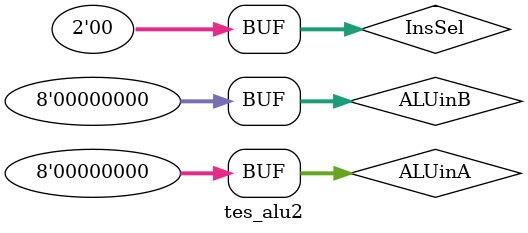
<source format=v>
`timescale 1ns / 1ps


module tes_alu2;

	// Inputs
	reg [1:0] InsSel;
	reg [7:0] ALUinA;
	reg [7:0] ALUinB;

	// Outputs
	wire [7:0] ALUout;
	wire CO;
	wire Z;

	// Instantiate the Unit Under Test (UUT)
	ALU uut (
		.InsSel(InsSel), 
		.ALUinA(ALUinA), 
		.ALUinB(ALUinB), 
		.ALUout(ALUout), 
		.CO(CO), 
		.Z(Z)
	);

	initial begin
		// Initialize Inputs
		InsSel = 0;
		ALUinA = 0;
		ALUinB = 0;

		// Wait 100 ns for global reset to finish
		#100;
        
		// Add stimulus here

	end
      
endmodule


</source>
